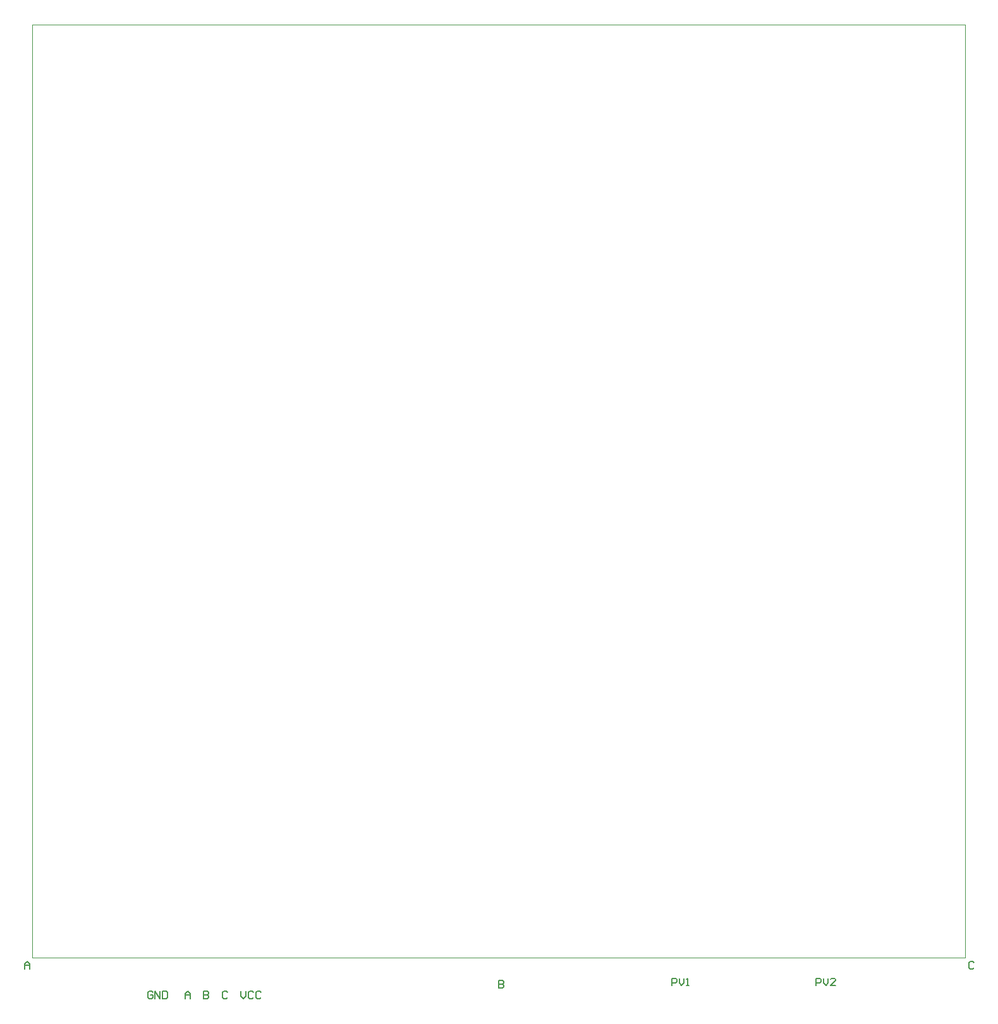
<source format=gto>
G04*
G04 #@! TF.GenerationSoftware,Altium Limited,Altium Designer,18.1.7 (191)*
G04*
G04 Layer_Color=65535*
%FSLAX44Y44*%
%MOMM*%
G71*
G01*
G75*
%ADD10C,0.1000*%
%ADD11C,0.2000*%
D10*
X350000Y1800000D02*
X1600000D01*
Y550000D02*
Y1800000D01*
X350000Y550000D02*
Y1800000D01*
Y550000D02*
X1600000D01*
D11*
X1400000Y512700D02*
Y522697D01*
X1404998D01*
X1406664Y521031D01*
Y517698D01*
X1404998Y516032D01*
X1400000D01*
X1409997Y522697D02*
Y516032D01*
X1413329Y512700D01*
X1416661Y516032D01*
Y522697D01*
X1426658Y512700D02*
X1419994D01*
X1426658Y519365D01*
Y521031D01*
X1424992Y522697D01*
X1421660D01*
X1419994Y521031D01*
X1206900Y512700D02*
Y522697D01*
X1211898D01*
X1213565Y521031D01*
Y517698D01*
X1211898Y516032D01*
X1206900D01*
X1216897Y522697D02*
Y516032D01*
X1220229Y512700D01*
X1223561Y516032D01*
Y522697D01*
X1226894Y512700D02*
X1230226D01*
X1228560D01*
Y522697D01*
X1226894Y521031D01*
X1611664Y543331D02*
X1609998Y544997D01*
X1606666D01*
X1605000Y543331D01*
Y536666D01*
X1606666Y535000D01*
X1609998D01*
X1611664Y536666D01*
X340000Y535000D02*
Y541665D01*
X343332Y544997D01*
X346665Y541665D01*
Y535000D01*
Y539998D01*
X340000D01*
X975000Y519997D02*
Y510000D01*
X979998D01*
X981665Y511666D01*
Y513332D01*
X979998Y514998D01*
X975000D01*
X979998D01*
X981665Y516665D01*
Y518331D01*
X979998Y519997D01*
X975000D01*
X511665Y503331D02*
X509998Y504997D01*
X506666D01*
X505000Y503331D01*
Y496666D01*
X506666Y495000D01*
X509998D01*
X511665Y496666D01*
Y499998D01*
X508332D01*
X514997Y495000D02*
Y504997D01*
X521661Y495000D01*
Y504997D01*
X524994D02*
Y495000D01*
X529992D01*
X531658Y496666D01*
Y503331D01*
X529992Y504997D01*
X524994D01*
X630000D02*
Y498332D01*
X633332Y495000D01*
X636665Y498332D01*
Y504997D01*
X646661Y503331D02*
X644995Y504997D01*
X641663D01*
X639997Y503331D01*
Y496666D01*
X641663Y495000D01*
X644995D01*
X646661Y496666D01*
X656658Y503331D02*
X654992Y504997D01*
X651660D01*
X649994Y503331D01*
Y496666D01*
X651660Y495000D01*
X654992D01*
X656658Y496666D01*
X611665Y503331D02*
X609998Y504997D01*
X606666D01*
X605000Y503331D01*
Y496666D01*
X606666Y495000D01*
X609998D01*
X611665Y496666D01*
X580000Y504997D02*
Y495000D01*
X584998D01*
X586665Y496666D01*
Y498332D01*
X584998Y499998D01*
X580000D01*
X584998D01*
X586665Y501665D01*
Y503331D01*
X584998Y504997D01*
X580000D01*
X555000Y495000D02*
Y501665D01*
X558332Y504997D01*
X561665Y501665D01*
Y495000D01*
Y499998D01*
X555000D01*
M02*

</source>
